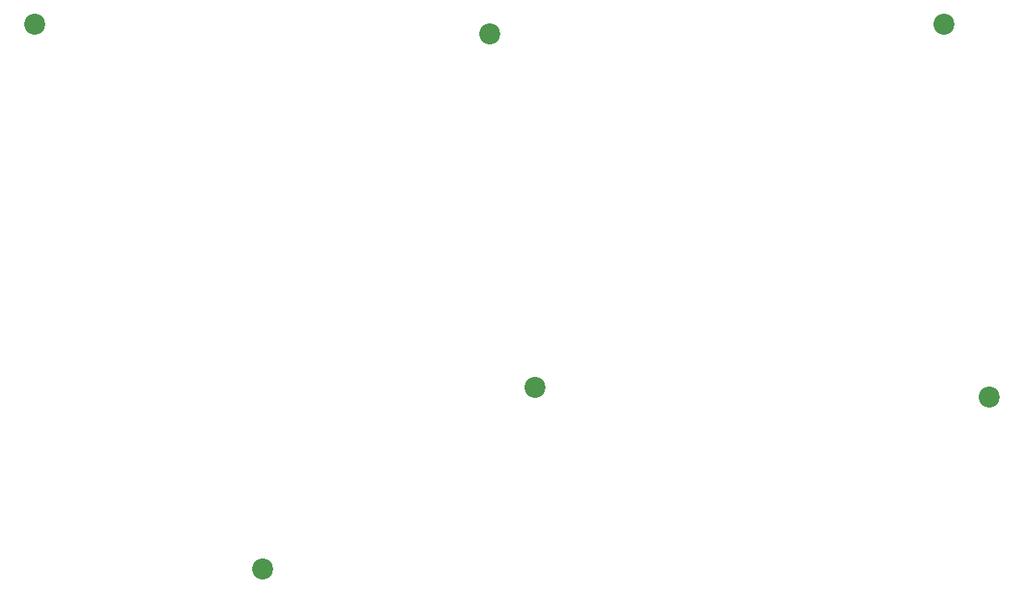
<source format=gts>
%TF.GenerationSoftware,KiCad,Pcbnew,7.0.10*%
%TF.CreationDate,2024-02-19T14:04:53+09:00*%
%TF.ProjectId,keyball-row-staggered-left,6b657962-616c-46c2-9d72-6f772d737461,rev?*%
%TF.SameCoordinates,Original*%
%TF.FileFunction,Soldermask,Top*%
%TF.FilePolarity,Negative*%
%FSLAX46Y46*%
G04 Gerber Fmt 4.6, Leading zero omitted, Abs format (unit mm)*
G04 Created by KiCad (PCBNEW 7.0.10) date 2024-02-19 14:04:53*
%MOMM*%
%LPD*%
G01*
G04 APERTURE LIST*
%ADD10C,2.200000*%
G04 APERTURE END LIST*
D10*
%TO.C,REF\u002A\u002A*%
X90500200Y-75692000D03*
%TD*%
%TO.C,REF\u002A\u002A*%
X138099800Y-76708000D03*
%TD*%
%TO.C,REF\u002A\u002A*%
X85750400Y-38582600D03*
%TD*%
%TO.C,REF\u002A\u002A*%
X133350000Y-37592000D03*
%TD*%
%TO.C,REF\u002A\u002A*%
X38100000Y-37592000D03*
%TD*%
%TO.C,REF\u002A\u002A*%
X61925200Y-94742000D03*
%TD*%
M02*

</source>
